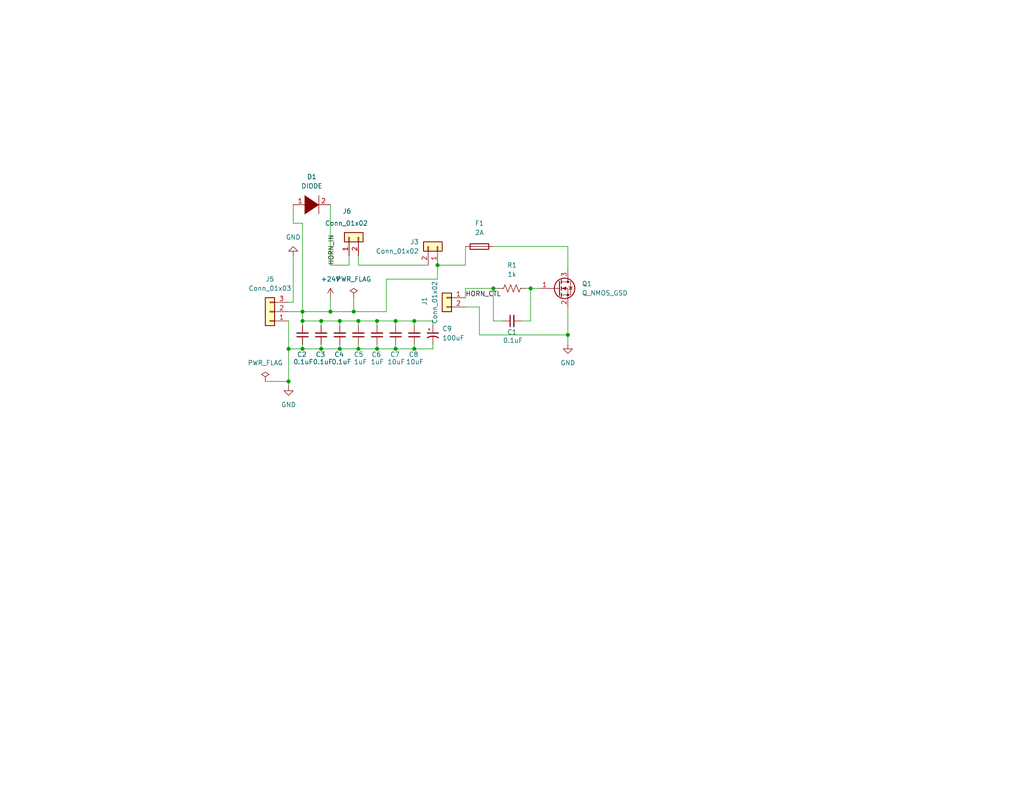
<source format=kicad_sch>
(kicad_sch (version 20231120) (generator "eeschema") (generator_version "8.0")
  (paper "USLetter")
  (title_block (title "project2") (date "2024-10-01") (rev "1.0") (company "Illini Solar Car") (comment 1 "Designed By: Arthur Hon"))
  (lib_symbols
    (symbol "Connector_Generic:Conn_01x02" (pin_names (offset 1.016) hide)
      (property "Reference" "J" (at 0 2.54 0))
      (property "Value" "Conn_01x02" (at 0 -5.08 0))
      (symbol "Conn_01x02_1_1"
        (rectangle (start -1.27 -2.413) (end 0 -2.667) (stroke (width 0.1524)))
        (rectangle (start -1.27 0.127) (end 0 -0.127) (stroke (width 0.1524)))
        (rectangle (start -1.27 1.27) (end 1.27 -3.81) (stroke (width 0.254)) (fill (type background)))
        (pin passive line (at -5.08 0 0) (length 3.81) (name "Pin_1") (number "1"))
        (pin passive line (at -5.08 -2.54 0) (length 3.81) (name "Pin_2") (number "2"))
      )
    )
    (symbol "Connector_Generic:Conn_01x03" (pin_names (offset 1.016) hide)
      (property "Reference" "J" (at 0 5.08 0))
      (property "Value" "Conn_01x03" (at 0 -5.08 0))
      (symbol "Conn_01x03_1_1"
        (rectangle (start -1.27 -2.413) (end 0 -2.667) (stroke (width 0.1524)))
        (rectangle (start -1.27 0.127) (end 0 -0.127) (stroke (width 0.1524)))
        (rectangle (start -1.27 2.667) (end 0 2.413) (stroke (width 0.1524)))
        (rectangle (start -1.27 3.81) (end 1.27 -3.81) (stroke (width 0.254)) (fill (type background)))
        (pin passive line (at -5.08 2.54 0) (length 3.81) (name "Pin_1") (number "1"))
        (pin passive line (at -5.08 0 0) (length 3.81) (name "Pin_2") (number "2"))
        (pin passive line (at -5.08 -2.54 0) (length 3.81) (name "Pin_3") (number "3"))
      )
    )
    (symbol "Device:C_Small" (pin_numbers hide) (pin_names (offset 0.254) hide)
      (property "Reference" "C" (at 0.254 1.778 0))
      (property "Value" "C_Small" (at 0.254 -2.032 0))
      (symbol "C_Small_0_1"
        (polyline (pts (xy -1.524 -0.508) (xy 1.524 -0.508)) (stroke (width 0.3302)))
        (polyline (pts (xy -1.524 0.508) (xy 1.524 0.508)) (stroke (width 0.3048)))
      )
      (symbol "C_Small_1_1"
        (pin passive line (at 0 2.54 270) (length 2.032) (name "~") (number "1"))
        (pin passive line (at 0 -2.54 90) (length 2.032) (name "~") (number "2"))
      )
    )
    (symbol "Device:Q_NMOS_GSD" (pin_names (offset 0) hide)
      (property "Reference" "Q" (at 5.08 1.27 0))
      (property "Value" "Q_NMOS_GSD" (at 5.08 -1.27 0))
      (symbol "Q_NMOS_GSD_0_1"
        (polyline (pts (xy 0.254 0) (xy -2.54 0)))
        (polyline (pts (xy 0.254 1.905) (xy 0.254 -1.905)) (stroke (width 0.254)))
        (polyline (pts (xy 0.762 -1.27) (xy 0.762 -2.286)) (stroke (width 0.254)))
        (polyline (pts (xy 0.762 0.508) (xy 0.762 -0.508)) (stroke (width 0.254)))
        (polyline (pts (xy 0.762 2.286) (xy 0.762 1.27)) (stroke (width 0.254)))
        (polyline (pts (xy 2.54 2.54) (xy 2.54 1.778)))
        (polyline (pts (xy 2.54 -2.54) (xy 2.54 0) (xy 0.762 0)))
        (polyline (pts (xy 0.762 -1.778) (xy 3.302 -1.778) (xy 3.302 1.778) (xy 0.762 1.778)))
        (polyline (pts (xy 1.016 0) (xy 2.032 0.381) (xy 2.032 -0.381) (xy 1.016 0)) (fill (type outline)))
        (polyline (pts (xy 2.794 0.508) (xy 2.921 0.381) (xy 3.683 0.381) (xy 3.81 0.254)))
        (polyline (pts (xy 3.302 0.381) (xy 2.921 -0.254) (xy 3.683 -0.254) (xy 3.302 0.381)))
        (circle (center 1.651 0) (radius 2.794) (stroke (width 0.254)))
        (circle (center 2.54 -1.778) (radius 0.254) (fill (type outline)))
        (circle (center 2.54 1.778) (radius 0.254) (fill (type outline)))
      )
      (symbol "Q_NMOS_GSD_1_1"
        (pin input line (at -5.08 0 0) (length 2.54) (name "G") (number "1"))
        (pin passive line (at 2.54 -5.08 90) (length 2.54) (name "S") (number "2"))
        (pin passive line (at 2.54 5.08 270) (length 2.54) (name "D") (number "3"))
      )
    )
    (symbol "Device:R_US" (pin_numbers hide) (pin_names (offset 0))
      (property "Reference" "R" (at 2.54 0 90))
      (property "Value" "R_US" (at -2.54 0 90))
      (symbol "R_US_0_1"
        (polyline (pts (xy 0 -2.286) (xy 0 -2.54)))
        (polyline (pts (xy 0 2.286) (xy 0 2.54)))
        (polyline (pts (xy 0 -0.762) (xy 1.016 -1.143) (xy 0 -1.524) (xy -1.016 -1.905) (xy 0 -2.286)))
        (polyline (pts (xy 0 0.762) (xy 1.016 0.381) (xy 0 0) (xy -1.016 -0.381) (xy 0 -0.762)))
        (polyline (pts (xy 0 2.286) (xy 1.016 1.905) (xy 0 1.524) (xy -1.016 1.143) (xy 0 0.762)))
      )
      (symbol "R_US_1_1"
        (pin passive line (at 0 3.81 270) (length 1.27) (name "~") (number "1"))
        (pin passive line (at 0 -3.81 90) (length 1.27) (name "~") (number "2"))
      )
    )
    (symbol "device:C_Polarized_Small_US" (pin_numbers hide) (pin_names (offset 0.254) hide)
      (property "Reference" "C" (at 0.254 1.778 0))
      (property "Value" "C_Polarized_Small_US" (at 0.254 -2.032 0))
      (symbol "C_Polarized_Small_US_0_1"
        (polyline (pts (xy -1.524 0.508) (xy 1.524 0.508)) (stroke (width 0.3048)))
        (polyline (pts (xy -1.27 1.524) (xy -0.762 1.524)))
        (polyline (pts (xy -1.016 1.27) (xy -1.016 1.778)))
        (arc (start 1.524 -0.762) (mid 0 -0.3734) (end -1.524 -0.762) (stroke (width 0.3048)))
      )
      (symbol "C_Polarized_Small_US_1_1"
        (pin passive line (at 0 2.54 270) (length 2.032) (name "~") (number "1"))
        (pin passive line (at 0 -2.54 90) (length 2.032) (name "~") (number "2"))
      )
    )
    (symbol "device:Fuse" (pin_numbers hide) (pin_names (offset 0))
      (property "Reference" "F" (at 2.032 0 90))
      (property "Value" "Fuse" (at -1.905 0 90))
      (symbol "Fuse_0_1"
        (rectangle (start -0.762 -2.54) (end 0.762 2.54) (stroke (width 0.254)))
        (polyline (pts (xy 0 2.54) (xy 0 -2.54)))
      )
      (symbol "Fuse_1_1"
        (pin passive line (at 0 3.81 270) (length 1.27) (name "~") (number "1"))
        (pin passive line (at 0 -3.81 90) (length 1.27) (name "~") (number "2"))
      )
    )
    (symbol "power:+24V" (power) (pin_names (offset 0))
      (property "Value" "+24V" (at 0 3.556 0))
      (symbol "+24V_0_1"
        (polyline (pts (xy -0.762 1.27) (xy 0 2.54)))
        (polyline (pts (xy 0 0) (xy 0 2.54)))
        (polyline (pts (xy 0 2.54) (xy 0.762 1.27)))
      )
      (symbol "+24V_1_1"
        (pin power_in line (at 0 0 90) (length 0) hide (name "+24V") (number "1"))
      )
    )
    (symbol "power:GND" (power) (pin_names (offset 0))
      (property "Value" "GND" (at 0 -3.81 0))
      (symbol "GND_0_1"
        (polyline (pts (xy 0 0) (xy 0 -1.27) (xy 1.27 -1.27) (xy 0 -2.54) (xy -1.27 -1.27) (xy 0 -1.27)))
      )
      (symbol "GND_1_1"
        (pin power_in line (at 0 0 270) (length 0) hide (name "GND") (number "1"))
      )
    )
    (symbol "power:PWR_FLAG" (power) (pin_numbers hide) (pin_names (offset 0) hide)
      (property "Value" "PWR_FLAG" (at 0 3.81 0))
      (symbol "PWR_FLAG_0_0"
        (pin power_out line (at 0 0 90) (length 0) (name "pwr") (number "1"))
      )
      (symbol "PWR_FLAG_0_1"
        (polyline (pts (xy 0 0) (xy 0 1.27) (xy -1.016 1.905) (xy 0 2.54) (xy 1.016 1.905) (xy 0 1.27)))
      )
    )
    (symbol "pspice:DIODE" (pin_names (offset 1.016) hide)
      (property "Reference" "D" (at 0 3.81 0))
      (property "Value" "DIODE" (at 0 -4.445 0))
      (symbol "DIODE_0_1"
        (polyline (pts (xy 1.905 2.54) (xy 1.905 -2.54)))
        (polyline (pts (xy -1.905 2.54) (xy -1.905 -2.54) (xy 1.905 0)) (fill (type outline)))
      )
      (symbol "DIODE_1_1"
        (pin input line (at -5.08 0 0) (length 3.81) (name "K") (number "1"))
        (pin input line (at 5.08 0 180) (length 3.81) (name "A") (number "2"))
      )
    )
  )
  (junction (at 97.79 95.25))
  (junction (at 78.74 104.14))
  (junction (at 113.03 87.63))
  (junction (at 154.94 91.44))
  (junction (at 82.55 95.25))
  (junction (at 92.71 95.25))
  (junction (at 96.52 85.09))
  (junction (at 102.87 95.25))
  (junction (at 87.63 87.63))
  (junction (at 82.55 87.63))
  (junction (at 102.87 87.63))
  (junction (at 107.95 87.63))
  (junction (at 97.79 87.63))
  (junction (at 134.62 78.74))
  (junction (at 92.71 87.63))
  (junction (at 107.95 95.25))
  (junction (at 78.74 95.25))
  (junction (at 87.63 95.25))
  (junction (at 90.17 85.09))
  (junction (at 113.03 95.25))
  (junction (at 119.38 72.39))
  (junction (at 144.78 78.74))
  (junction (at 82.55 85.09))
  (wire (pts (xy 135.89 78.74) (xy 134.62 78.74)))
  (wire (pts (xy 134.62 67.31) (xy 154.94 67.31)))
  (wire (pts (xy 82.55 88.9) (xy 82.55 87.63)))
  (wire (pts (xy 127 83.82) (xy 130.81 83.82)))
  (wire (pts (xy 82.55 85.09) (xy 82.55 87.63)))
  (wire (pts (xy 134.62 78.74) (xy 127 78.74)))
  (wire (pts (xy 78.74 87.63) (xy 78.74 95.25)))
  (wire (pts (xy 82.55 95.25) (xy 87.63 95.25)))
  (wire (pts (xy 102.87 95.25) (xy 102.87 93.98)))
  (wire (pts (xy 92.71 95.25) (xy 97.79 95.25)))
  (wire (pts (xy 107.95 95.25) (xy 107.95 93.98)))
  (wire (pts (xy 78.74 95.25) (xy 82.55 95.25)))
  (wire (pts (xy 80.01 60.96) (xy 80.01 55.88)))
  (wire (pts (xy 87.63 87.63) (xy 92.71 87.63)))
  (wire (pts (xy 127 78.74) (xy 127 81.28)))
  (wire (pts (xy 97.79 87.63) (xy 97.79 88.9)))
  (wire (pts (xy 102.87 88.9) (xy 102.87 87.63)))
  (wire (pts (xy 118.11 95.25) (xy 118.11 93.98)))
  (wire (pts (xy 97.79 87.63) (xy 102.87 87.63)))
  (wire (pts (xy 90.17 81.28) (xy 90.17 85.09)))
  (wire (pts (xy 87.63 88.9) (xy 87.63 87.63)))
  (wire (pts (xy 134.62 78.74) (xy 134.62 87.63)))
  (wire (pts (xy 127 67.31) (xy 127 72.39)))
  (wire (pts (xy 113.03 95.25) (xy 113.03 93.98)))
  (wire (pts (xy 107.95 87.63) (xy 113.03 87.63)))
  (wire (pts (xy 96.52 81.28) (xy 96.52 85.09)))
  (wire (pts (xy 78.74 104.14) (xy 78.74 105.41)))
  (wire (pts (xy 80.01 82.55) (xy 78.74 82.55)))
  (wire (pts (xy 82.55 87.63) (xy 87.63 87.63)))
  (wire (pts (xy 105.41 85.09) (xy 105.41 76.2)))
  (wire (pts (xy 97.79 72.39) (xy 116.84 72.39)))
  (wire (pts (xy 78.74 85.09) (xy 82.55 85.09)))
  (wire (pts (xy 92.71 87.63) (xy 97.79 87.63)))
  (wire (pts (xy 154.94 83.82) (xy 154.94 91.44)))
  (wire (pts (xy 107.95 95.25) (xy 113.03 95.25)))
  (wire (pts (xy 90.17 85.09) (xy 96.52 85.09)))
  (wire (pts (xy 119.38 72.39) (xy 127 72.39)))
  (wire (pts (xy 105.41 76.2) (xy 119.38 76.2)))
  (wire (pts (xy 87.63 95.25) (xy 92.71 95.25)))
  (wire (pts (xy 87.63 95.25) (xy 87.63 93.98)))
  (wire (pts (xy 118.11 88.9) (xy 118.11 87.63)))
  (wire (pts (xy 142.24 87.63) (xy 144.78 87.63)))
  (wire (pts (xy 78.74 95.25) (xy 78.74 104.14)))
  (wire (pts (xy 97.79 95.25) (xy 102.87 95.25)))
  (wire (pts (xy 113.03 87.63) (xy 118.11 87.63)))
  (wire (pts (xy 154.94 67.31) (xy 154.94 73.66)))
  (wire (pts (xy 113.03 88.9) (xy 113.03 87.63)))
  (wire (pts (xy 130.81 91.44) (xy 154.94 91.44)))
  (wire (pts (xy 144.78 78.74) (xy 144.78 87.63)))
  (wire (pts (xy 137.16 87.63) (xy 134.62 87.63)))
  (wire (pts (xy 80.01 69.85) (xy 80.01 82.55)))
  (wire (pts (xy 82.55 85.09) (xy 90.17 85.09)))
  (wire (pts (xy 95.25 72.39) (xy 95.25 69.85)))
  (wire (pts (xy 97.79 72.39) (xy 97.79 69.85)))
  (wire (pts (xy 130.81 83.82) (xy 130.81 91.44)))
  (wire (pts (xy 72.39 104.14) (xy 78.74 104.14)))
  (wire (pts (xy 154.94 91.44) (xy 154.94 93.98)))
  (wire (pts (xy 82.55 60.96) (xy 80.01 60.96)))
  (wire (pts (xy 107.95 88.9) (xy 107.95 87.63)))
  (wire (pts (xy 97.79 95.25) (xy 97.79 93.98)))
  (wire (pts (xy 90.17 72.39) (xy 95.25 72.39)))
  (wire (pts (xy 143.51 78.74) (xy 144.78 78.74)))
  (wire (pts (xy 92.71 88.9) (xy 92.71 87.63)))
  (wire (pts (xy 90.17 55.88) (xy 90.17 72.39)))
  (wire (pts (xy 102.87 87.63) (xy 107.95 87.63)))
  (wire (pts (xy 82.55 85.09) (xy 82.55 60.96)))
  (wire (pts (xy 144.78 78.74) (xy 147.32 78.74)))
  (wire (pts (xy 96.52 85.09) (xy 105.41 85.09)))
  (wire (pts (xy 113.03 95.25) (xy 118.11 95.25)))
  (wire (pts (xy 92.71 95.25) (xy 92.71 93.98)))
  (wire (pts (xy 82.55 95.25) (xy 82.55 93.98)))
  (wire (pts (xy 119.38 76.2) (xy 119.38 72.39)))
  (wire (pts (xy 102.87 95.25) (xy 107.95 95.25)))
  (label "HORN_CTL" (at 127 81.28 0))
  (label "HORN_IN" (at 91.44 72.39 90))
  (symbol (lib_id "Device:C_Small") (at 107.95 91.44 180) (unit 1)
    (property "Reference" "C7" (at 106.426 96.774 0) (effects (justify right)))
    (property "Value" "10uF" (at 105.664 98.806 0) (effects (justify right)))
    (property "Description" "Unpolarized capacitor, small symbol" (effects (hide yes)))
  )
  (symbol (lib_id "power:+24V") (at 90.17 81.28 0) (unit 1)
    (property "Reference" "#PWR04" (effects (hide yes)))
    (property "Value" "+24V" (at 90.17 76.2 0))
    (property "Description" "Power symbol creates a global label with name \"+24V\"" (effects (hide yes)))
  )
  (symbol (lib_id "power:PWR_FLAG") (at 72.39 104.14 0) (unit 1)
    (property "Reference" "#FLG01" (effects (hide yes)))
    (property "Value" "PWR_FLAG" (at 72.39 99.06 0))
    (property "Description" "Special symbol for telling ERC where power comes from" (effects (hide yes)))
  )
  (symbol (lib_id "Connector_Generic:Conn_01x03") (at 73.66 85.09 180) (unit 1)
    (property "Reference" "J5" (at 73.66 76.2 0))
    (property "Value" "Conn_01x03" (at 73.66 78.74 0))
    (property "Description" "Generic connector, single row, 01x03, script generated (kicad-library-utils/schlib/autogen/connector/)" (effects (hide yes)))
  )
  (symbol (lib_id "Device:R_US") (at 139.7 78.74 90) (unit 1)
    (property "Reference" "R1" (at 139.7 72.39 90))
    (property "Value" "1k" (at 139.7 74.93 90))
    (property "Description" "Resistor, US symbol" (effects (hide yes)))
  )
  (symbol (lib_id "device:Fuse") (at 130.81 67.31 90) (unit 1)
    (property "Reference" "F1" (at 130.81 60.96 90))
    (property "Value" "2A" (at 130.81 63.5 90))
    (property "Description" "Fuse" (effects (hide yes)))
  )
  (symbol (lib_id "Device:C_Small") (at 97.79 91.44 180) (unit 1)
    (property "Reference" "C5" (at 96.52 96.774 0) (effects (justify right)))
    (property "Value" "1uF" (at 96.52 98.806 0) (effects (justify right)))
    (property "Description" "Unpolarized capacitor, small symbol" (effects (hide yes)))
  )
  (symbol (lib_id "Connector_Generic:Conn_01x02") (at 119.38 67.31 270) (mirror x) (unit 1)
    (property "Reference" "J3" (at 114.3 66.0399 90) (effects (justify right)))
    (property "Value" "Conn_01x02" (at 114.3 68.5799 90) (effects (justify right)))
    (property "Description" "Generic connector, single row, 01x02, script generated (kicad-library-utils/schlib/autogen/connector/)" (effects (hide yes)))
  )
  (symbol (lib_id "Device:C_Small") (at 102.87 91.44 180) (unit 1)
    (property "Reference" "C6" (at 101.346 96.774 0) (effects (justify right)))
    (property "Value" "1uF" (at 101.092 98.806 0) (effects (justify right)))
    (property "Description" "Unpolarized capacitor, small symbol" (effects (hide yes)))
  )
  (symbol (lib_id "pspice:DIODE") (at 85.09 55.88 0) (unit 1)
    (property "Reference" "D1" (at 85.09 48.26 0))
    (property "Value" "DIODE" (at 85.09 50.8 0))
    (property "Description" "Diode symbol for simulation only. Pin order incompatible with official kicad footprints" (effects (hide yes)))
  )
  (symbol (lib_id "power:PWR_FLAG") (at 96.52 81.28 0) (unit 1)
    (property "Reference" "#FLG02" (effects (hide yes)))
    (property "Value" "PWR_FLAG" (at 96.52 76.2 0))
    (property "Description" "Special symbol for telling ERC where power comes from" (effects (hide yes)))
  )
  (symbol (lib_id "Device:C_Small") (at 87.63 91.44 180) (unit 1)
    (property "Reference" "C3" (at 86.106 96.774 0) (effects (justify right)))
    (property "Value" "0.1uF" (at 85.344 98.806 0) (effects (justify right)))
    (property "Description" "Unpolarized capacitor, small symbol" (effects (hide yes)))
  )
  (symbol (lib_id "Device:C_Small") (at 139.7 87.63 90) (unit 1)
    (property "Reference" "C1" (at 139.7 90.678 90))
    (property "Value" "0.1uF" (at 139.954 92.964 90))
    (property "Description" "Unpolarized capacitor, small symbol" (effects (hide yes)))
  )
  (symbol (lib_id "Device:C_Small") (at 92.71 91.44 180) (unit 1)
    (property "Reference" "C4" (at 91.186 96.774 0) (effects (justify right)))
    (property "Value" "0.1uF" (at 90.424 98.806 0) (effects (justify right)))
    (property "Description" "Unpolarized capacitor, small symbol" (effects (hide yes)))
  )
  (symbol (lib_id "Device:Q_NMOS_GSD") (at 152.4 78.74 0) (unit 1)
    (property "Reference" "Q1" (at 158.75 77.4699 0) (effects (justify left)))
    (property "Value" "Q_NMOS_GSD" (at 158.75 80.0099 0) (effects (justify left)))
    (property "Description" "N-MOSFET transistor, gate/source/drain" (effects (hide yes)))
  )
  (symbol (lib_id "power:GND") (at 78.74 105.41 0) (unit 1)
    (property "Reference" "#PWR01" (effects (hide yes)))
    (property "Value" "GND" (at 78.74 110.49 0))
    (property "Description" "Power symbol creates a global label with name \"GND\" , ground" (effects (hide yes)))
  )
  (symbol (lib_id "Device:C_Small") (at 82.55 91.44 180) (unit 1)
    (property "Reference" "C2" (at 81.026 96.774 0) (effects (justify right)))
    (property "Value" "0.1uF" (at 80.01 98.806 0) (effects (justify right)))
    (property "Description" "Unpolarized capacitor, small symbol" (effects (hide yes)))
  )
  (symbol (lib_id "power:GND") (at 154.94 93.98 0) (unit 1)
    (property "Reference" "#PWR03" (effects (hide yes)))
    (property "Value" "GND" (at 154.94 99.06 0))
    (property "Description" "Power symbol creates a global label with name \"GND\" , ground" (effects (hide yes)))
  )
  (symbol (lib_id "Connector_Generic:Conn_01x02") (at 95.25 64.77 90) (unit 1)
    (property "Reference" "J6" (at 93.472 57.658 90) (effects (justify right)))
    (property "Value" "Conn_01x02" (at 88.646 60.96 90) (effects (justify right)))
    (property "Description" "Generic connector, single row, 01x02, script generated (kicad-library-utils/schlib/autogen/connector/)" (effects (hide yes)))
  )
  (symbol (lib_id "device:C_Polarized_Small_US") (at 118.11 91.44 0) (unit 1)
    (property "Reference" "C9" (at 120.65 89.7381 0) (effects (justify left)))
    (property "Value" "100uF" (at 120.65 92.2781 0) (effects (justify left)))
    (property "Description" "Polarized capacitor, small US symbol" (effects (hide yes)))
  )
  (symbol (lib_id "Connector_Generic:Conn_01x02") (at 121.92 81.28 0) (mirror y) (unit 1)
    (property "Reference" "J1" (at 115.824 81.026 90) (effects (justify right)))
    (property "Value" "Conn_01x02" (at 118.618 76.708 90) (effects (justify right)))
    (property "Description" "Generic connector, single row, 01x02, script generated (kicad-library-utils/schlib/autogen/connector/)" (effects (hide yes)))
  )
  (symbol (lib_id "Device:C_Small") (at 113.03 91.44 180) (unit 1)
    (property "Reference" "C8" (at 111.506 96.774 0) (effects (justify right)))
    (property "Value" "10uF" (at 110.744 98.806 0) (effects (justify right)))
    (property "Description" "Unpolarized capacitor, small symbol" (effects (hide yes)))
  )
  (symbol (lib_id "power:GND") (at 80.01 69.85 180) (unit 1)
    (property "Reference" "#PWR02" (effects (hide yes)))
    (property "Value" "GND" (at 80.01 64.77 0))
    (property "Description" "Power symbol creates a global label with name \"GND\" , ground" (effects (hide yes)))
  )
)
</source>
